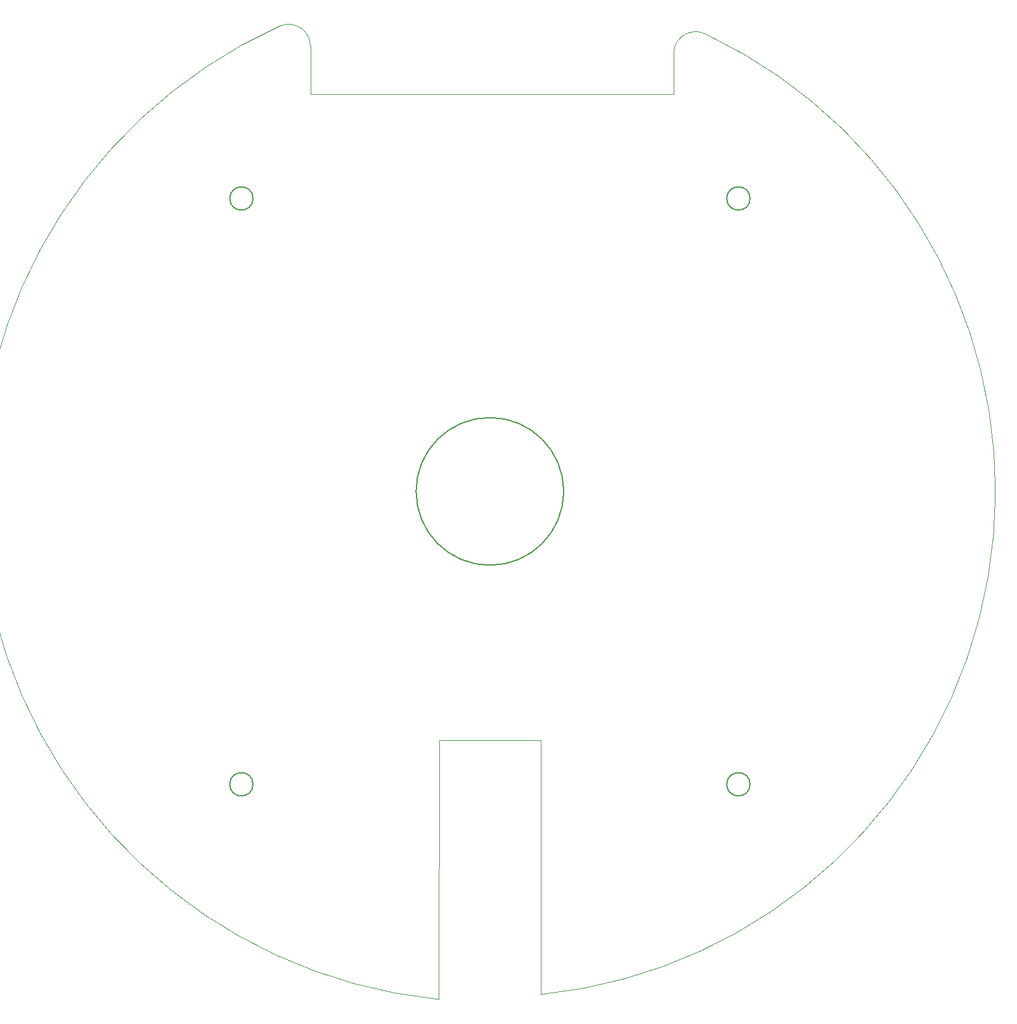
<source format=gm1>
G04 #@! TF.GenerationSoftware,KiCad,Pcbnew,(5.1.8)-1*
G04 #@! TF.CreationDate,2021-12-20T19:06:15+01:00*
G04 #@! TF.ProjectId,Elab car PCB,456c6162-2063-4617-9220-5043422e6b69,rev?*
G04 #@! TF.SameCoordinates,Original*
G04 #@! TF.FileFunction,Profile,NP*
%FSLAX46Y46*%
G04 Gerber Fmt 4.6, Leading zero omitted, Abs format (unit mm)*
G04 Created by KiCad (PCBNEW (5.1.8)-1) date 2021-12-20 19:06:15*
%MOMM*%
%LPD*%
G01*
G04 APERTURE LIST*
G04 #@! TA.AperFunction,Profile*
%ADD10C,0.050000*%
G04 #@! TD*
G04 #@! TA.AperFunction,Profile*
%ADD11C,0.150000*%
G04 #@! TD*
G04 APERTURE END LIST*
D10*
X164999939Y-41086945D02*
G75*
G02*
X169471750Y-38721435I3013441J-287115D01*
G01*
X110858778Y-37542376D02*
G75*
G02*
X115000000Y-40352980I1132362J-2787744D01*
G01*
X132671792Y-171498495D02*
G75*
G02*
X110858778Y-37542376I7028208J69898495D01*
G01*
X169471750Y-38721435D02*
G75*
G02*
X146700239Y-170817539I-29771750J-62878565D01*
G01*
X115000000Y-46990000D02*
X115000000Y-40352980D01*
X165000000Y-46990000D02*
X115000000Y-46990000D01*
X165000000Y-46990000D02*
X164999939Y-41086945D01*
X146700000Y-135815000D02*
X132715000Y-135815000D01*
X146700000Y-135815000D02*
X146700000Y-170815000D01*
X132671820Y-171498260D02*
X132715000Y-135815000D01*
D11*
X175500000Y-141900000D02*
G75*
G03*
X175500000Y-141900000I-1600000J0D01*
G01*
X107100000Y-141900000D02*
G75*
G03*
X107100000Y-141900000I-1600000J0D01*
G01*
X107100000Y-61300000D02*
G75*
G03*
X107100000Y-61300000I-1600000J0D01*
G01*
X175500000Y-61300000D02*
G75*
G03*
X175500000Y-61300000I-1600000J0D01*
G01*
X149860000Y-101600000D02*
G75*
G03*
X149860000Y-101600000I-10160000J0D01*
G01*
M02*

</source>
